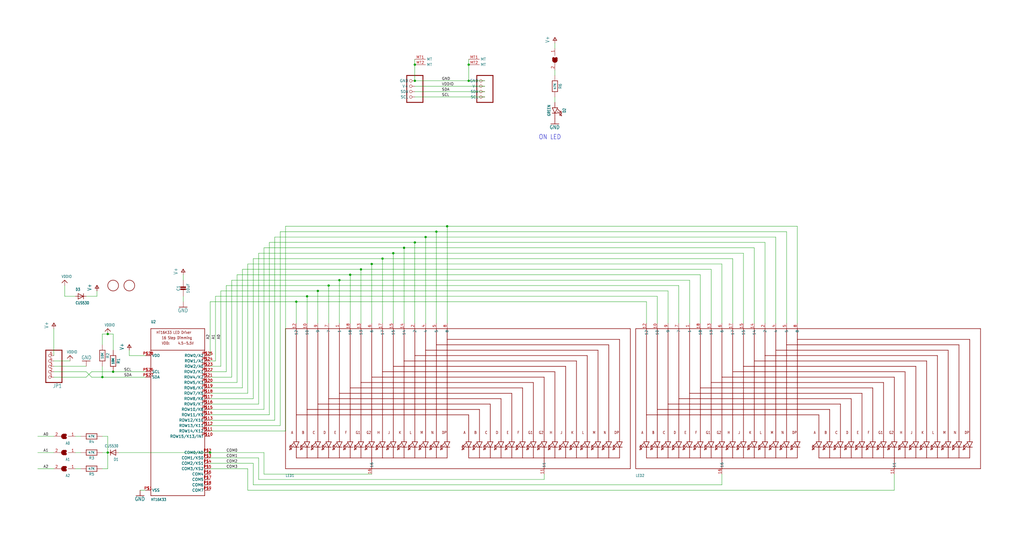
<source format=kicad_sch>
(kicad_sch (version 20230121) (generator eeschema)
  (paper "User" 482.803 257.835)
  (lib_symbols
    (symbol "working-eagle-import:CAP_CERAMIC0805-NOOUTLINE"
      (property "Reference" "C" (at -2.29 1.25 90))
      (symbol "CAP_CERAMIC0805-NOOUTLINE_1_0"
        (pin passive line (at 0 5.08 270) (length 2.54) (name "1") (number "1"))
        (pin passive line (at 0 -2.54 90) (length 2.54) (name "2") (number "2"))
      )
    )
    (symbol "working-eagle-import:DIODESOD-323F"
      (property "Reference" "D" (at -2.54 2.54 0))
      (symbol "DIODESOD-323F_1_0"
        (pin passive line (at -2.54 0 0) (length 2.54) (name "A") (number "A"))
        (pin passive line (at 2.54 0 180) (length 2.54) (name "C") (number "C"))
      )
    )
    (symbol "working-eagle-import:DISP_SEGMENT_STARBURST_DUAL_COMMONCATHODE"
      (property "Reference" "LED" (at -81.28 38.1 0))
      (symbol "DISP_SEGMENT_STARBURST_DUAL_COMMONCATHODE_1_0"
        (text "A" (at -78.74 17.78 0) (effects (font (size 1.27 1.0795)) (justify left bottom)))
        (text "A" (at 2.54 17.78 0) (effects (font (size 1.27 1.0795)) (justify left bottom)))
        (text "B" (at -73.66 17.78 0) (effects (font (size 1.27 1.0795)) (justify left bottom)))
        (text "B" (at 7.62 17.78 0) (effects (font (size 1.27 1.0795)) (justify left bottom)))
        (text "C" (at -68.58 17.78 0) (effects (font (size 1.27 1.0795)) (justify left bottom)))
        (text "C" (at 12.7 17.78 0) (effects (font (size 1.27 1.0795)) (justify left bottom)))
        (text "D" (at -63.5 17.78 0) (effects (font (size 1.27 1.0795)) (justify left bottom)))
        (text "D" (at 17.78 17.78 0) (effects (font (size 1.27 1.0795)) (justify left bottom)))
        (text "DP" (at -7.62 17.78 0) (effects (font (size 1.27 1.0795)) (justify left bottom)))
        (text "DP" (at 73.66 17.78 0) (effects (font (size 1.27 1.0795)) (justify left bottom)))
        (text "E" (at -58.42 17.78 0) (effects (font (size 1.27 1.0795)) (justify left bottom)))
        (text "E" (at 22.86 17.78 0) (effects (font (size 1.27 1.0795)) (justify left bottom)))
        (text "F" (at -53.34 17.78 0) (effects (font (size 1.27 1.0795)) (justify left bottom)))
        (text "F" (at 27.94 17.78 0) (effects (font (size 1.27 1.0795)) (justify left bottom)))
        (text "G1" (at -48.26 17.78 0) (effects (font (size 1.27 1.0795)) (justify left bottom)))
        (text "G1" (at 33.02 17.78 0) (effects (font (size 1.27 1.0795)) (justify left bottom)))
        (text "G2" (at -43.18 17.78 0) (effects (font (size 1.27 1.0795)) (justify left bottom)))
        (text "G2" (at 38.1 17.78 0) (effects (font (size 1.27 1.0795)) (justify left bottom)))
        (text "H" (at -38.1 17.78 0) (effects (font (size 1.27 1.0795)) (justify left bottom)))
        (text "H" (at 43.18 17.78 0) (effects (font (size 1.27 1.0795)) (justify left bottom)))
        (text "J" (at -33.02 17.78 0) (effects (font (size 1.27 1.0795)) (justify left bottom)))
        (text "J" (at 48.26 17.78 0) (effects (font (size 1.27 1.0795)) (justify left bottom)))
        (text "K" (at -27.94 17.78 0) (effects (font (size 1.27 1.0795)) (justify left bottom)))
        (text "K" (at 53.34 17.78 0) (effects (font (size 1.27 1.0795)) (justify left bottom)))
        (text "L" (at -22.86 17.78 0) (effects (font (size 1.27 1.0795)) (justify left bottom)))
        (text "L" (at 58.42 17.78 0) (effects (font (size 1.27 1.0795)) (justify left bottom)))
        (text "M" (at -17.78 17.78 0) (effects (font (size 1.27 1.0795)) (justify left bottom)))
        (text "M" (at 63.5 17.78 0) (effects (font (size 1.27 1.0795)) (justify left bottom)))
        (text "N" (at -12.7 17.78 0) (effects (font (size 1.27 1.0795)) (justify left bottom)))
        (text "N" (at 68.58 17.78 0) (effects (font (size 1.27 1.0795)) (justify left bottom)))
        (pin bidirectional line (at -55.88 -33.02 90) (length 2.54) (name "1") (number "1"))
        (pin bidirectional line (at -71.12 -33.02 90) (length 2.54) (name "10") (number "10"))
        (pin bidirectional line (at 40.64 38.1 270) (length 2.54) (name "11") (number "11"))
        (pin bidirectional line (at -76.2 -33.02 90) (length 2.54) (name "12") (number "12"))
        (pin bidirectional line (at -45.72 -33.02 90) (length 2.54) (name "13") (number "13"))
        (pin bidirectional line (at -25.4 -33.02 90) (length 2.54) (name "14") (number "14"))
        (pin bidirectional line (at -30.48 -33.02 90) (length 2.54) (name "15") (number "15"))
        (pin bidirectional line (at -40.64 38.1 270) (length 2.54) (name "16") (number "16"))
        (pin bidirectional line (at -35.56 -33.02 90) (length 2.54) (name "17") (number "17"))
        (pin bidirectional line (at -50.8 -33.02 90) (length 2.54) (name "18") (number "18"))
        (pin bidirectional line (at -20.32 -33.02 90) (length 2.54) (name "2") (number "2"))
        (pin bidirectional line (at -15.24 -33.02 90) (length 2.54) (name "4") (number "4"))
        (pin bidirectional line (at -10.16 -33.02 90) (length 2.54) (name "5") (number "5"))
        (pin bidirectional line (at -40.64 -33.02 90) (length 2.54) (name "6") (number "6"))
        (pin bidirectional line (at -60.96 -33.02 90) (length 2.54) (name "7") (number "7"))
        (pin bidirectional line (at -5.08 -33.02 90) (length 2.54) (name "8") (number "8"))
        (pin bidirectional line (at -66.04 -33.02 90) (length 2.54) (name "9") (number "9"))
      )
    )
    (symbol "working-eagle-import:FIDUCIAL")
    (symbol "working-eagle-import:GND" (power)
      (property "Value" "GND" (at -2.54 -2.54 0))
      (symbol "GND_1_0"
        (pin power_in line (at 0 2.54 270) (length 2.54) (name "GND") (number "1"))
      )
    )
    (symbol "working-eagle-import:HEADER-1X570MIL"
      (property "Reference" "JP" (at -6.35 8.255 0))
      (symbol "HEADER-1X570MIL_1_0"
        (pin passive inverted (at -2.54 5.08 0) (length 2.54) (name "1") (number "1"))
        (pin passive inverted (at -2.54 2.54 0) (length 2.54) (name "2") (number "2"))
        (pin passive inverted (at -2.54 0 0) (length 2.54) (name "3") (number "3"))
        (pin passive inverted (at -2.54 -2.54 0) (length 2.54) (name "4") (number "4"))
        (pin passive inverted (at -2.54 -5.08 0) (length 2.54) (name "5") (number "5"))
      )
    )
    (symbol "working-eagle-import:HT16K33_SOP28_SKINNY"
      (property "Reference" "U" (at -12.7 40.64 0))
      (symbol "HT16K33_SOP28_SKINNY_1_0"
        (text "16 Step Dimming" (at -7.62 33.02 0) (effects (font (size 1.27 1.0795)) (justify left bottom)))
        (text "4.5-5.5V" (at 0 30.48 0) (effects (font (size 1.27 1.0795)) (justify left bottom)))
        (text "HT16K33 LED Driver" (at -10.16 35.56 0) (effects (font (size 1.27 1.0795)) (justify left bottom)))
        (text "VDD:" (at -7.62 30.48 0) (effects (font (size 1.27 1.0795)) (justify left bottom)))
        (pin bidirectional line (at -15.24 -38.1 0) (length 2.54) (name "VSS") (number "P$1"))
        (pin bidirectional line (at 15.24 -12.7 180) (length 2.54) (name "ROW15/K13/INT") (number "P$10"))
        (pin bidirectional line (at 15.24 -10.16 180) (length 2.54) (name "ROW14/K12") (number "P$11"))
        (pin bidirectional line (at 15.24 -7.62 180) (length 2.54) (name "ROW13/K11") (number "P$12"))
        (pin bidirectional line (at 15.24 -5.08 180) (length 2.54) (name "ROW12/K10") (number "P$13"))
        (pin bidirectional line (at 15.24 -2.54 180) (length 2.54) (name "ROW11/K9") (number "P$14"))
        (pin bidirectional line (at 15.24 0 180) (length 2.54) (name "ROW10/K8") (number "P$15"))
        (pin bidirectional line (at 15.24 2.54 180) (length 2.54) (name "ROW9/K7") (number "P$16"))
        (pin bidirectional line (at 15.24 5.08 180) (length 2.54) (name "ROW8/K6") (number "P$17"))
        (pin bidirectional line (at 15.24 7.62 180) (length 2.54) (name "ROW7/K5") (number "P$18"))
        (pin bidirectional line (at 15.24 10.16 180) (length 2.54) (name "ROW6/K4") (number "P$19"))
        (pin bidirectional line (at 15.24 -20.32 180) (length 2.54) (name "COM0/AD") (number "P$2"))
        (pin bidirectional line (at 15.24 12.7 180) (length 2.54) (name "ROW5/K3") (number "P$20"))
        (pin bidirectional line (at 15.24 15.24 180) (length 2.54) (name "ROW4/K2") (number "P$21"))
        (pin bidirectional line (at 15.24 17.78 180) (length 2.54) (name "ROW3/K1") (number "P$22"))
        (pin bidirectional line (at 15.24 20.32 180) (length 2.54) (name "ROW2/A0") (number "P$23"))
        (pin bidirectional line (at 15.24 22.86 180) (length 2.54) (name "ROW1/A1") (number "P$24"))
        (pin bidirectional line (at 15.24 25.4 180) (length 2.54) (name "ROW0/A2") (number "P$25"))
        (pin bidirectional line (at -15.24 17.78 0) (length 2.54) (name "SCL") (number "P$26"))
        (pin bidirectional line (at -15.24 15.24 0) (length 2.54) (name "SDA") (number "P$27"))
        (pin bidirectional line (at -15.24 25.4 0) (length 2.54) (name "VDD") (number "P$28"))
        (pin bidirectional line (at 15.24 -22.86 180) (length 2.54) (name "COM1/KS0") (number "P$3"))
        (pin bidirectional line (at 15.24 -25.4 180) (length 2.54) (name "COM2/KS1") (number "P$4"))
        (pin bidirectional line (at 15.24 -27.94 180) (length 2.54) (name "COM3/KS2") (number "P$5"))
        (pin bidirectional line (at 15.24 -30.48 180) (length 2.54) (name "COM4") (number "P$6"))
        (pin bidirectional line (at 15.24 -33.02 180) (length 2.54) (name "COM5") (number "P$7"))
        (pin bidirectional line (at 15.24 -35.56 180) (length 2.54) (name "COM6") (number "P$8"))
        (pin bidirectional line (at 15.24 -38.1 180) (length 2.54) (name "COM7") (number "P$9"))
      )
    )
    (symbol "working-eagle-import:LED0603_NOOUTLINE"
      (property "Reference" "D" (at -1.27 4.445 0))
      (symbol "LED0603_NOOUTLINE_1_0"
        (pin passive line (at -5.08 0 0) (length 2.54) (name "A") (number "A"))
        (pin passive line (at 2.54 0 180) (length 2.54) (name "C") (number "C"))
      )
    )
    (symbol "working-eagle-import:RESISTOR_0603_NOOUT"
      (property "Reference" "R" (at 0 2.54 0))
      (symbol "RESISTOR_0603_NOOUT_1_0"
        (pin passive line (at -5.08 0 0) (length 2.54) (name "1") (number "1"))
        (pin passive line (at 5.08 0 180) (length 2.54) (name "2") (number "2"))
      )
    )
    (symbol "working-eagle-import:SOLDERJUMPERCLOSED"
      (property "Reference" "SJ" (at -2.54 2.54 0))
      (symbol "SOLDERJUMPERCLOSED_1_0"
        (pin passive line (at -5.08 0 0) (length 2.54) (name "1") (number "1"))
        (pin passive line (at 5.08 0 180) (length 2.54) (name "2") (number "2"))
      )
    )
    (symbol "working-eagle-import:SOLDERJUMPERREFLOW_NOPASTE"
      (property "Reference" "SJ" (at -2.54 2.54 0))
      (symbol "SOLDERJUMPERREFLOW_NOPASTE_1_0"
        (pin passive line (at -5.08 0 0) (length 2.54) (name "1") (number "1"))
        (pin passive line (at 5.08 0 180) (length 2.54) (name "2") (number "2"))
      )
    )
    (symbol "working-eagle-import:STEMMA_I2C_QTRA"
      (symbol "STEMMA_I2C_QTRA_1_0"
        (pin passive inverted (at 0 5.08 0) (length 2.54) (name "GND") (number "1"))
        (pin passive inverted (at 0 2.54 0) (length 2.54) (name "V+") (number "2"))
        (pin passive inverted (at 0 0 0) (length 2.54) (name "SDA") (number "3"))
        (pin passive inverted (at 0 -2.54 0) (length 2.54) (name "SCL") (number "4"))
      )
      (symbol "STEMMA_I2C_QTRA_2_0"
        (pin bidirectional line (at 0 0 0) (length 5.08) (name "MT") (number "MT1"))
      )
      (symbol "STEMMA_I2C_QTRA_3_0"
        (pin bidirectional line (at 0 0 0) (length 5.08) (name "MT") (number "MT2"))
      )
    )
    (symbol "working-eagle-import:V+" (power)
      (property "Value" "V+" (at -2.54 -2.54 90))
      (symbol "V+_1_0"
        (pin power_in line (at 0 -2.54 90) (length 2.54) (name "V+") (number "1"))
      )
    )
    (symbol "working-eagle-import:VDDIO" (power)
      (property "Value" "VDDIO" (at -1.524 1.016 0))
      (symbol "VDDIO_1_0"
        (pin power_in line (at 0 -2.54 90) (length 2.54) (name "VDDIO") (number "1"))
      )
    )
  )
  (junction (at 195.58 30.48))
  (junction (at 50.8 157.48))
  (junction (at 99.06 213.36))
  (junction (at 195.58 114.3))
  (junction (at 48.26 177.8))
  (junction (at 180.34 121.92))
  (junction (at 185.42 119.38))
  (junction (at 210.82 106.68))
  (junction (at 195.58 38.1))
  (junction (at 160.02 132.08))
  (junction (at 175.26 124.46))
  (junction (at 53.34 175.26))
  (junction (at 190.5 116.84))
  (junction (at 170.18 127))
  (junction (at 165.1 129.54))
  (junction (at 144.78 139.7))
  (junction (at 50.8 213.36))
  (junction (at 205.74 109.22))
  (junction (at 139.7 142.24))
  (junction (at 149.86 137.16))
  (junction (at 154.94 134.62))
  (junction (at 220.98 38.1))
  (junction (at 200.66 111.76))
  (junction (at 220.98 30.48))
  (wire (pts (xy 106.68 175.26) (xy 106.68 134.62)) (stroke (width 0.1524)))
  (wire (pts (xy 228.6 45.72) (xy 195.58 45.72)) (stroke (width 0.1524)))
  (wire (pts (xy 25.4 175.26) (xy 40.64 175.26)) (stroke (width 0.1524)))
  (wire (pts (xy 421.64 231.14) (xy 421.64 223.52)) (stroke (width 0.1524)))
  (wire (pts (xy 170.18 127) (xy 170.18 152.4)) (stroke (width 0.1524)))
  (wire (pts (xy 261.62 33.02) (xy 261.62 35.56)) (stroke (width 0.1524)))
  (wire (pts (xy 335.28 127) (xy 335.28 152.4)) (stroke (width 0.1524)))
  (wire (pts (xy 144.78 139.7) (xy 144.78 152.4)) (stroke (width 0.1524)))
  (wire (pts (xy 149.86 137.16) (xy 149.86 152.4)) (stroke (width 0.1524)))
  (wire (pts (xy 99.06 193.04) (xy 124.46 193.04)) (stroke (width 0.1524)))
  (wire (pts (xy 205.74 109.22) (xy 370.84 109.22)) (stroke (width 0.1524)))
  (wire (pts (xy 309.88 139.7) (xy 309.88 152.4)) (stroke (width 0.1524)))
  (wire (pts (xy 99.06 167.64) (xy 99.06 142.24)) (stroke (width 0.1524)))
  (wire (pts (xy 375.92 106.68) (xy 375.92 152.4)) (stroke (width 0.1524)))
  (wire (pts (xy 25.4 167.64) (xy 25.4 154.94)) (stroke (width 0.1524)))
  (wire (pts (xy 139.7 142.24) (xy 139.7 152.4)) (stroke (width 0.1524)))
  (wire (pts (xy 99.06 177.8) (xy 109.22 177.8)) (stroke (width 0.1524)))
  (wire (pts (xy 124.46 223.52) (xy 175.26 223.52)) (stroke (width 0.1524)))
  (wire (pts (xy 210.82 106.68) (xy 375.92 106.68)) (stroke (width 0.1524)))
  (wire (pts (xy 86.36 142.24) (xy 86.36 139.7)) (stroke (width 0.1524)))
  (wire (pts (xy 43.18 177.8) (xy 48.26 177.8)) (stroke (width 0.1524)))
  (wire (pts (xy 185.42 119.38) (xy 185.42 152.4)) (stroke (width 0.1524)))
  (wire (pts (xy 48.26 213.36) (xy 50.8 213.36)) (stroke (width 0.1524)))
  (wire (pts (xy 99.06 220.98) (xy 116.84 220.98)) (stroke (width 0.1524)))
  (wire (pts (xy 116.84 231.14) (xy 421.64 231.14)) (stroke (width 0.1524)))
  (wire (pts (xy 106.68 134.62) (xy 154.94 134.62)) (stroke (width 0.1524)))
  (wire (pts (xy 99.06 182.88) (xy 114.3 182.88)) (stroke (width 0.1524)))
  (wire (pts (xy 210.82 106.68) (xy 210.82 152.4)) (stroke (width 0.1524)))
  (wire (pts (xy 30.48 139.7) (xy 30.48 134.62)) (stroke (width 0.1524)))
  (wire (pts (xy 370.84 109.22) (xy 370.84 152.4)) (stroke (width 0.1524)))
  (wire (pts (xy 121.92 215.9) (xy 121.92 226.06)) (stroke (width 0.1524)))
  (wire (pts (xy 99.06 170.18) (xy 101.6 170.18)) (stroke (width 0.1524)))
  (wire (pts (xy 48.26 162.56) (xy 48.26 157.48)) (stroke (width 0.1524)))
  (wire (pts (xy 114.3 127) (xy 170.18 127)) (stroke (width 0.1524)))
  (wire (pts (xy 228.6 38.1) (xy 220.98 38.1)) (stroke (width 0.1524)))
  (wire (pts (xy 134.62 106.68) (xy 210.82 106.68)) (stroke (width 0.1524)))
  (wire (pts (xy 48.26 205.74) (xy 50.8 205.74)) (stroke (width 0.1524)))
  (wire (pts (xy 43.18 175.26) (xy 40.64 177.8)) (stroke (width 0.1524)))
  (wire (pts (xy 86.36 129.54) (xy 86.36 132.08)) (stroke (width 0.1524)))
  (wire (pts (xy 220.98 38.1) (xy 195.58 38.1)) (stroke (width 0.1524)))
  (wire (pts (xy 119.38 218.44) (xy 119.38 228.6)) (stroke (width 0.1524)))
  (wire (pts (xy 50.8 213.36) (xy 50.8 205.74)) (stroke (width 0.1524)))
  (wire (pts (xy 17.78 205.74) (xy 25.4 205.74)) (stroke (width 0.1524)))
  (wire (pts (xy 345.44 121.92) (xy 345.44 152.4)) (stroke (width 0.1524)))
  (wire (pts (xy 109.22 177.8) (xy 109.22 132.08)) (stroke (width 0.1524)))
  (wire (pts (xy 40.64 175.26) (xy 43.18 177.8)) (stroke (width 0.1524)))
  (wire (pts (xy 99.06 172.72) (xy 104.14 172.72)) (stroke (width 0.1524)))
  (wire (pts (xy 53.34 175.26) (xy 43.18 175.26)) (stroke (width 0.1524)))
  (wire (pts (xy 350.52 119.38) (xy 350.52 152.4)) (stroke (width 0.1524)))
  (wire (pts (xy 144.78 139.7) (xy 309.88 139.7)) (stroke (width 0.1524)))
  (wire (pts (xy 200.66 111.76) (xy 365.76 111.76)) (stroke (width 0.1524)))
  (wire (pts (xy 99.06 180.34) (xy 111.76 180.34)) (stroke (width 0.1524)))
  (wire (pts (xy 99.06 203.2) (xy 134.62 203.2)) (stroke (width 0.1524)))
  (wire (pts (xy 50.8 157.48) (xy 53.34 157.48)) (stroke (width 0.1524)))
  (wire (pts (xy 160.02 132.08) (xy 325.12 132.08)) (stroke (width 0.1524)))
  (wire (pts (xy 68.58 167.64) (xy 60.96 167.64)) (stroke (width 0.1524)))
  (wire (pts (xy 180.34 121.92) (xy 180.34 152.4)) (stroke (width 0.1524)))
  (wire (pts (xy 325.12 132.08) (xy 325.12 152.4)) (stroke (width 0.1524)))
  (wire (pts (xy 256.54 226.06) (xy 256.54 223.52)) (stroke (width 0.1524)))
  (wire (pts (xy 121.92 226.06) (xy 256.54 226.06)) (stroke (width 0.1524)))
  (wire (pts (xy 195.58 27.94) (xy 195.58 30.48)) (stroke (width 0.1524)))
  (wire (pts (xy 129.54 198.12) (xy 129.54 111.76)) (stroke (width 0.1524)))
  (wire (pts (xy 116.84 185.42) (xy 116.84 124.46)) (stroke (width 0.1524)))
  (wire (pts (xy 124.46 193.04) (xy 124.46 116.84)) (stroke (width 0.1524)))
  (wire (pts (xy 132.08 200.66) (xy 132.08 109.22)) (stroke (width 0.1524)))
  (wire (pts (xy 360.68 114.3) (xy 360.68 152.4)) (stroke (width 0.1524)))
  (wire (pts (xy 175.26 124.46) (xy 175.26 152.4)) (stroke (width 0.1524)))
  (wire (pts (xy 99.06 198.12) (xy 129.54 198.12)) (stroke (width 0.1524)))
  (wire (pts (xy 175.26 124.46) (xy 340.36 124.46)) (stroke (width 0.1524)))
  (wire (pts (xy 119.38 187.96) (xy 119.38 121.92)) (stroke (width 0.1524)))
  (wire (pts (xy 45.72 137.16) (xy 45.72 139.7)) (stroke (width 0.1524)))
  (wire (pts (xy 53.34 157.48) (xy 53.34 165.1)) (stroke (width 0.1524)))
  (wire (pts (xy 68.58 177.8) (xy 48.26 177.8)) (stroke (width 0.1524)))
  (wire (pts (xy 124.46 116.84) (xy 190.5 116.84)) (stroke (width 0.1524)))
  (wire (pts (xy 304.8 142.24) (xy 304.8 152.4)) (stroke (width 0.1524)))
  (wire (pts (xy 99.06 213.36) (xy 124.46 213.36)) (stroke (width 0.1524)))
  (wire (pts (xy 180.34 121.92) (xy 345.44 121.92)) (stroke (width 0.1524)))
  (wire (pts (xy 121.92 119.38) (xy 185.42 119.38)) (stroke (width 0.1524)))
  (wire (pts (xy 101.6 170.18) (xy 101.6 139.7)) (stroke (width 0.1524)))
  (wire (pts (xy 104.14 172.72) (xy 104.14 137.16)) (stroke (width 0.1524)))
  (wire (pts (xy 340.36 124.46) (xy 340.36 152.4)) (stroke (width 0.1524)))
  (wire (pts (xy 330.2 129.54) (xy 330.2 152.4)) (stroke (width 0.1524)))
  (wire (pts (xy 99.06 185.42) (xy 116.84 185.42)) (stroke (width 0.1524)))
  (wire (pts (xy 109.22 132.08) (xy 160.02 132.08)) (stroke (width 0.1524)))
  (wire (pts (xy 40.64 172.72) (xy 25.4 172.72)) (stroke (width 0.1524)))
  (wire (pts (xy 160.02 132.08) (xy 160.02 152.4)) (stroke (width 0.1524)))
  (wire (pts (xy 119.38 121.92) (xy 180.34 121.92)) (stroke (width 0.1524)))
  (wire (pts (xy 320.04 134.62) (xy 320.04 152.4)) (stroke (width 0.1524)))
  (wire (pts (xy 99.06 190.5) (xy 121.92 190.5)) (stroke (width 0.1524)))
  (wire (pts (xy 35.56 139.7) (xy 30.48 139.7)) (stroke (width 0.1524)))
  (wire (pts (xy 104.14 137.16) (xy 149.86 137.16)) (stroke (width 0.1524)))
  (wire (pts (xy 132.08 109.22) (xy 205.74 109.22)) (stroke (width 0.1524)))
  (wire (pts (xy 99.06 218.44) (xy 119.38 218.44)) (stroke (width 0.1524)))
  (wire (pts (xy 38.1 220.98) (xy 35.56 220.98)) (stroke (width 0.1524)))
  (wire (pts (xy 60.96 167.64) (xy 60.96 165.1)) (stroke (width 0.1524)))
  (wire (pts (xy 48.26 157.48) (xy 50.8 157.48)) (stroke (width 0.1524)))
  (wire (pts (xy 185.42 119.38) (xy 350.52 119.38)) (stroke (width 0.1524)))
  (wire (pts (xy 99.06 175.26) (xy 106.68 175.26)) (stroke (width 0.1524)))
  (wire (pts (xy 50.8 220.98) (xy 50.8 213.36)) (stroke (width 0.1524)))
  (wire (pts (xy 200.66 111.76) (xy 200.66 152.4)) (stroke (width 0.1524)))
  (wire (pts (xy 38.1 213.36) (xy 35.56 213.36)) (stroke (width 0.1524)))
  (wire (pts (xy 25.4 213.36) (xy 17.78 213.36)) (stroke (width 0.1524)))
  (wire (pts (xy 365.76 111.76) (xy 365.76 152.4)) (stroke (width 0.1524)))
  (wire (pts (xy 101.6 139.7) (xy 144.78 139.7)) (stroke (width 0.1524)))
  (wire (pts (xy 116.84 220.98) (xy 116.84 231.14)) (stroke (width 0.1524)))
  (wire (pts (xy 355.6 116.84) (xy 355.6 152.4)) (stroke (width 0.1524)))
  (wire (pts (xy 190.5 116.84) (xy 355.6 116.84)) (stroke (width 0.1524)))
  (wire (pts (xy 127 114.3) (xy 195.58 114.3)) (stroke (width 0.1524)))
  (wire (pts (xy 195.58 30.48) (xy 195.58 38.1)) (stroke (width 0.1524)))
  (wire (pts (xy 99.06 200.66) (xy 132.08 200.66)) (stroke (width 0.1524)))
  (wire (pts (xy 314.96 137.16) (xy 314.96 152.4)) (stroke (width 0.1524)))
  (wire (pts (xy 134.62 203.2) (xy 134.62 106.68)) (stroke (width 0.1524)))
  (wire (pts (xy 99.06 215.9) (xy 121.92 215.9)) (stroke (width 0.1524)))
  (wire (pts (xy 261.62 20.32) (xy 261.62 22.86)) (stroke (width 0.1524)))
  (wire (pts (xy 124.46 213.36) (xy 124.46 223.52)) (stroke (width 0.1524)))
  (wire (pts (xy 68.58 175.26) (xy 53.34 175.26)) (stroke (width 0.1524)))
  (wire (pts (xy 111.76 180.34) (xy 111.76 129.54)) (stroke (width 0.1524)))
  (wire (pts (xy 38.1 205.74) (xy 35.56 205.74)) (stroke (width 0.1524)))
  (wire (pts (xy 129.54 111.76) (xy 200.66 111.76)) (stroke (width 0.1524)))
  (wire (pts (xy 165.1 129.54) (xy 330.2 129.54)) (stroke (width 0.1524)))
  (wire (pts (xy 48.26 220.98) (xy 50.8 220.98)) (stroke (width 0.1524)))
  (wire (pts (xy 205.74 109.22) (xy 205.74 152.4)) (stroke (width 0.1524)))
  (wire (pts (xy 228.6 40.64) (xy 195.58 40.64)) (stroke (width 0.1524)))
  (wire (pts (xy 220.98 30.48) (xy 220.98 27.94)) (stroke (width 0.1524)))
  (wire (pts (xy 170.18 127) (xy 335.28 127)) (stroke (width 0.1524)))
  (wire (pts (xy 40.64 177.8) (xy 25.4 177.8)) (stroke (width 0.1524)))
  (wire (pts (xy 195.58 114.3) (xy 195.58 152.4)) (stroke (width 0.1524)))
  (wire (pts (xy 261.62 48.26) (xy 261.62 45.72)) (stroke (width 0.1524)))
  (wire (pts (xy 111.76 129.54) (xy 165.1 129.54)) (stroke (width 0.1524)))
  (wire (pts (xy 154.94 134.62) (xy 320.04 134.62)) (stroke (width 0.1524)))
  (wire (pts (xy 139.7 142.24) (xy 304.8 142.24)) (stroke (width 0.1524)))
  (wire (pts (xy 99.06 187.96) (xy 119.38 187.96)) (stroke (width 0.1524)))
  (wire (pts (xy 154.94 134.62) (xy 154.94 152.4)) (stroke (width 0.1524)))
  (wire (pts (xy 114.3 182.88) (xy 114.3 127)) (stroke (width 0.1524)))
  (wire (pts (xy 45.72 139.7) (xy 40.64 139.7)) (stroke (width 0.1524)))
  (wire (pts (xy 66.04 231.14) (xy 68.58 231.14)) (stroke (width 0.1524)))
  (wire (pts (xy 127 195.58) (xy 127 114.3)) (stroke (width 0.1524)))
  (wire (pts (xy 55.88 213.36) (xy 99.06 213.36)) (stroke (width 0.1524)))
  (wire (pts (xy 220.98 38.1) (xy 220.98 30.48)) (stroke (width 0.1524)))
  (wire (pts (xy 165.1 129.54) (xy 165.1 152.4)) (stroke (width 0.1524)))
  (wire (pts (xy 119.38 228.6) (xy 340.36 228.6)) (stroke (width 0.1524)))
  (wire (pts (xy 33.02 170.18) (xy 25.4 170.18)) (stroke (width 0.1524)))
  (wire (pts (xy 99.06 195.58) (xy 127 195.58)) (stroke (width 0.1524)))
  (wire (pts (xy 116.84 124.46) (xy 175.26 124.46)) (stroke (width 0.1524)))
  (wire (pts (xy 190.5 116.84) (xy 190.5 152.4)) (stroke (width 0.1524)))
  (wire (pts (xy 340.36 228.6) (xy 340.36 223.52)) (stroke (width 0.1524)))
  (wire (pts (xy 149.86 137.16) (xy 314.96 137.16)) (stroke (width 0.1524)))
  (wire (pts (xy 121.92 190.5) (xy 121.92 119.38)) (stroke (width 0.1524)))
  (wire (pts (xy 48.26 177.8) (xy 48.26 172.72)) (stroke (width 0.1524)))
  (wire (pts (xy 99.06 142.24) (xy 139.7 142.24)) (stroke (width 0.1524)))
  (wire (pts (xy 195.58 114.3) (xy 360.68 114.3)) (stroke (width 0.1524)))
  (wire (pts (xy 228.6 43.18) (xy 195.58 43.18)) (stroke (width 0.1524)))
  (wire (pts (xy 25.4 220.98) (xy 17.78 220.98)) (stroke (width 0.1524)))
  (text "ON LED" (at 254 66.04 0) (effects (font (size 2.1844 1.8567)) (justify left bottom)))
  (label "COM0" (at 106.68 213.36 0) (effects (font (size 1.2446 1.2446))))
  (label "SDA" (at 208.28 43.18 0) (effects (font (size 1.2446 1.2446))))
  (label "A0" (at 104.14 160.02 90) (effects (font (size 1.2446 1.2446))))
  (label "SDA" (at 58.42 177.8 0) (effects (font (size 1.2446 1.2446))))
  (label "SCL" (at 208.28 45.72 0) (effects (font (size 1.2446 1.2446))))
  (label "SCL" (at 58.42 175.26 0) (effects (font (size 1.2446 1.2446))))
  (label "VDDIO" (at 208.28 40.64 0) (effects (font (size 1.2446 1.2446))))
  (label "A1" (at 22.86 213.36 180) (effects (font (size 1.2446 1.2446))))
  (label "A2" (at 22.86 220.98 180) (effects (font (size 1.2446 1.2446))))
  (label "A0" (at 22.86 205.74 180) (effects (font (size 1.2446 1.2446))))
  (label "COM2" (at 106.68 218.44 0) (effects (font (size 1.2446 1.2446))))
  (label "GND" (at 208.28 38.1 0) (effects (font (size 1.2446 1.2446))))
  (label "A1" (at 101.6 160.02 90) (effects (font (size 1.2446 1.2446))))
  (label "COM1" (at 106.68 215.9 0) (effects (font (size 1.2446 1.2446))))
  (label "A2" (at 99.06 160.02 90) (effects (font (size 1.2446 1.2446))))
  (label "COM3" (at 106.68 220.98 0) (effects (font (size 1.2446 1.2446))))
  (symbol (lib_id "working-eagle-import:STEMMA_I2C_QTRA") (at 195.58 30.48 0) (unit 3)
    (property "Reference" "CONN1" (effects hide))
    (property "Value" "STEMMA_I2C_QTRA" (effects hide))
    (property "Footprint" "working:JST_SH4_RA" (effects hide))
  )
  (symbol (lib_id "working-eagle-import:RESISTOR_0603_NOOUT") (at 48.26 167.64 270) (unit 1)
    (property "Reference" "R2" (at 50.8 167.64 0))
    (property "Value" "10K" (at 48.26 167.64 0) (effects (font (size 1.016 1.016) bold)))
    (property "Footprint" "working:0603-NO" (effects hide))
  )
  (symbol (lib_id "working-eagle-import:DISP_SEGMENT_STARBURST_DUAL_COMMONCATHODE") (at 381 185.42 0) (mirror x) (unit 1)
    (property "Reference" "LED2" (at 299.72 223.52 0) (effects (font (size 1.27 1.0795)) (justify left bottom)))
    (property "Value" "DISP_SEGMENT_STARBURST_DUAL_COMMONCATHODE" (effects hide))
    (property "Footprint" "working:SEGMENT_STARTBUST_DUAL_KWA-541CBB" (effects hide))
  )
  (symbol (lib_id "working-eagle-import:VDDIO") (at 30.48 132.08 0) (unit 1)
    (property "Reference" "#U$4" (effects hide))
    (property "Value" "VDDIO" (at 28.956 131.064 0) (effects (font (size 1.27 1.0795)) (justify left bottom)))
  )
  (symbol (lib_id "working-eagle-import:SOLDERJUMPERREFLOW_NOPASTE") (at 30.48 205.74 180) (unit 1)
    (property "Reference" "A0" (at 33.02 208.28 0) (effects (font (size 1.27 1.0795)) (justify left bottom)))
    (property "Value" "SOLDERJUMPERREFLOW_NOPASTE" (effects hide))
    (property "Footprint" "working:SOLDERJUMPER_REFLOW_NOPASTE" (effects hide))
  )
  (symbol (lib_id "working-eagle-import:DIODESOD-323F") (at 38.1 139.7 0) (unit 1)
    (property "Reference" "D3" (at 35.56 137.16 0) (effects (font (size 1.27 1.0795)) (justify left bottom)))
    (property "Value" "CUS530" (at 35.56 143.51 0) (effects (font (size 1.27 1.0795)) (justify left bottom)))
    (property "Footprint" "working:SOD-323F" (effects hide))
  )
  (symbol (lib_id "working-eagle-import:DIODESOD-323F") (at 53.34 213.36 180) (unit 1)
    (property "Reference" "D1" (at 55.88 215.9 0) (effects (font (size 1.27 1.0795)) (justify left bottom)))
    (property "Value" "CUS530" (at 55.88 209.55 0) (effects (font (size 1.27 1.0795)) (justify left bottom)))
    (property "Footprint" "working:SOD-323F" (effects hide))
  )
  (symbol (lib_id "working-eagle-import:DISP_SEGMENT_STARBURST_DUAL_COMMONCATHODE") (at 215.9 185.42 0) (mirror x) (unit 1)
    (property "Reference" "LED1" (at 134.62 223.52 0) (effects (font (size 1.27 1.0795)) (justify left bottom)))
    (property "Value" "DISP_SEGMENT_STARBURST_DUAL_COMMONCATHODE" (effects hide))
    (property "Footprint" "working:SEGMENT_STARTBUST_DUAL_KWA-541CBB" (effects hide))
  )
  (symbol (lib_id "working-eagle-import:RESISTOR_0603_NOOUT") (at 261.62 40.64 270) (unit 1)
    (property "Reference" "R6" (at 264.16 40.64 0))
    (property "Value" "47K" (at 261.62 40.64 0) (effects (font (size 1.016 1.016) bold)))
    (property "Footprint" "working:0603-NO" (effects hide))
  )
  (symbol (lib_id "working-eagle-import:VDDIO") (at 50.8 154.94 0) (unit 1)
    (property "Reference" "#U$5" (effects hide))
    (property "Value" "VDDIO" (at 49.276 153.924 0) (effects (font (size 1.27 1.0795)) (justify left bottom)))
  )
  (symbol (lib_id "working-eagle-import:V+") (at 25.4 152.4 0) (unit 1)
    (property "Reference" "#P+3" (effects hide))
    (property "Value" "V+" (at 22.86 154.94 90) (effects (font (size 1.778 1.5113)) (justify left bottom)))
  )
  (symbol (lib_id "working-eagle-import:V+") (at 86.36 127 0) (unit 1)
    (property "Reference" "#P+1" (effects hide))
    (property "Value" "V+" (at 83.82 129.54 90) (effects (font (size 1.778 1.5113)) (justify left bottom)))
  )
  (symbol (lib_id "working-eagle-import:RESISTOR_0603_NOOUT") (at 43.18 205.74 180) (unit 1)
    (property "Reference" "R4" (at 43.18 208.28 0))
    (property "Value" "47K" (at 43.18 205.74 0) (effects (font (size 1.016 1.016) bold)))
    (property "Footprint" "working:0603-NO" (effects hide))
  )
  (symbol (lib_id "working-eagle-import:V+") (at 261.62 17.78 0) (unit 1)
    (property "Reference" "#P+5" (effects hide))
    (property "Value" "V+" (at 259.08 20.32 90) (effects (font (size 1.778 1.5113)) (justify left bottom)))
  )
  (symbol (lib_id "working-eagle-import:FIDUCIAL") (at 60.96 134.62 0) (unit 1)
    (property "Reference" "U$2" (effects hide))
    (property "Value" "FIDUCIAL" (effects hide))
    (property "Footprint" "working:FIDUCIAL_1MM" (effects hide))
  )
  (symbol (lib_id "working-eagle-import:RESISTOR_0603_NOOUT") (at 53.34 170.18 270) (unit 1)
    (property "Reference" "R1" (at 55.88 170.18 0))
    (property "Value" "10K" (at 53.34 170.18 0) (effects (font (size 1.016 1.016) bold)))
    (property "Footprint" "working:0603-NO" (effects hide))
  )
  (symbol (lib_id "working-eagle-import:STEMMA_I2C_QTRA") (at 195.58 43.18 0) (mirror y) (unit 1)
    (property "Reference" "CONN1" (effects hide))
    (property "Value" "STEMMA_I2C_QTRA" (effects hide))
    (property "Footprint" "working:JST_SH4_RA" (effects hide))
  )
  (symbol (lib_id "working-eagle-import:RESISTOR_0603_NOOUT") (at 43.18 213.36 180) (unit 1)
    (property "Reference" "R3" (at 43.18 215.9 0))
    (property "Value" "47K" (at 43.18 213.36 0) (effects (font (size 1.016 1.016) bold)))
    (property "Footprint" "working:0603-NO" (effects hide))
  )
  (symbol (lib_id "working-eagle-import:HEADER-1X570MIL") (at 22.86 172.72 180) (unit 1)
    (property "Reference" "JP1" (at 29.21 180.975 0) (effects (font (size 1.778 1.5113)) (justify left bottom)))
    (property "Value" "HEADER-1X570MIL" (effects hide))
    (property "Footprint" "working:1X05_ROUND_70" (effects hide))
  )
  (symbol (lib_id "working-eagle-import:V+") (at 60.96 162.56 0) (unit 1)
    (property "Reference" "#P+4" (effects hide))
    (property "Value" "V+" (at 58.42 165.1 90) (effects (font (size 1.778 1.5113)) (justify left bottom)))
  )
  (symbol (lib_id "working-eagle-import:GND") (at 66.04 233.68 0) (unit 1)
    (property "Reference" "#GND5" (effects hide))
    (property "Value" "GND" (at 63.5 236.22 0) (effects (font (size 1.778 1.5113)) (justify left bottom)))
  )
  (symbol (lib_id "working-eagle-import:SOLDERJUMPERREFLOW_NOPASTE") (at 30.48 220.98 180) (unit 1)
    (property "Reference" "A2" (at 33.02 223.52 0) (effects (font (size 1.27 1.0795)) (justify left bottom)))
    (property "Value" "SOLDERJUMPERREFLOW_NOPASTE" (effects hide))
    (property "Footprint" "working:SOLDERJUMPER_REFLOW_NOPASTE" (effects hide))
  )
  (symbol (lib_id "working-eagle-import:STEMMA_I2C_QTRA") (at 220.98 30.48 0) (unit 3)
    (property "Reference" "CONN2" (effects hide))
    (property "Value" "STEMMA_I2C_QTRA" (effects hide))
    (property "Footprint" "working:JST_SH4_RA" (effects hide))
  )
  (symbol (lib_id "working-eagle-import:RESISTOR_0603_NOOUT") (at 43.18 220.98 180) (unit 1)
    (property "Reference" "R5" (at 43.18 223.52 0))
    (property "Value" "47K" (at 43.18 220.98 0) (effects (font (size 1.016 1.016) bold)))
    (property "Footprint" "working:0603-NO" (effects hide))
  )
  (symbol (lib_id "working-eagle-import:CAP_CERAMIC0805-NOOUTLINE") (at 86.36 137.16 0) (unit 1)
    (property "Reference" "C1" (at 84.07 135.91 90))
    (property "Value" "10uF" (at 88.66 135.91 90))
    (property "Footprint" "working:0805-NO" (effects hide))
  )
  (symbol (lib_id "working-eagle-import:FIDUCIAL") (at 53.34 134.62 0) (unit 1)
    (property "Reference" "U$1" (effects hide))
    (property "Value" "FIDUCIAL" (effects hide))
    (property "Footprint" "working:FIDUCIAL_1MM" (effects hide))
  )
  (symbol (lib_id "working-eagle-import:GND") (at 86.36 144.78 0) (unit 1)
    (property "Reference" "#GND3" (effects hide))
    (property "Value" "GND" (at 83.82 147.32 0) (effects (font (size 1.778 1.5113)) (justify left bottom)))
  )
  (symbol (lib_id "working-eagle-import:V+") (at 45.72 134.62 0) (unit 1)
    (property "Reference" "#P+2" (effects hide))
    (property "Value" "V+" (at 43.18 137.16 90) (effects (font (size 1.778 1.5113)) (justify left bottom)))
  )
  (symbol (lib_id "working-eagle-import:SOLDERJUMPERREFLOW_NOPASTE") (at 30.48 213.36 180) (unit 1)
    (property "Reference" "A1" (at 33.02 215.9 0) (effects (font (size 1.27 1.0795)) (justify left bottom)))
    (property "Value" "SOLDERJUMPERREFLOW_NOPASTE" (effects hide))
    (property "Footprint" "working:SOLDERJUMPER_REFLOW_NOPASTE" (effects hide))
  )
  (symbol (lib_id "working-eagle-import:VDDIO") (at 33.02 167.64 0) (unit 1)
    (property "Reference" "#U$9" (effects hide))
    (property "Value" "VDDIO" (at 31.496 166.624 0) (effects (font (size 1.27 1.0795)) (justify left bottom)))
  )
  (symbol (lib_id "working-eagle-import:GND") (at 40.64 170.18 180) (unit 1)
    (property "Reference" "#GND2" (effects hide))
    (property "Value" "GND" (at 43.18 167.64 0) (effects (font (size 1.778 1.5113)) (justify left bottom)))
  )
  (symbol (lib_id "working-eagle-import:STEMMA_I2C_QTRA") (at 220.98 27.94 0) (unit 2)
    (property "Reference" "CONN2" (effects hide))
    (property "Value" "STEMMA_I2C_QTRA" (effects hide))
    (property "Footprint" "working:JST_SH4_RA" (effects hide))
  )
  (symbol (lib_id "working-eagle-import:SOLDERJUMPERCLOSED") (at 261.62 27.94 270) (unit 1)
    (property "Reference" "LEDJMP0" (effects hide))
    (property "Value" "SOLDERJUMPERCLOSED" (effects hide))
    (property "Footprint" "working:SOLDERJUMPER_CLOSEDWIRE" (effects hide))
  )
  (symbol (lib_id "working-eagle-import:STEMMA_I2C_QTRA") (at 228.6 43.18 0) (mirror y) (unit 1)
    (property "Reference" "CONN2" (effects hide))
    (property "Value" "STEMMA_I2C_QTRA" (effects hide))
    (property "Footprint" "working:JST_SH4_RA" (effects hide))
  )
  (symbol (lib_id "working-eagle-import:LED0603_NOOUTLINE") (at 261.62 53.34 270) (unit 1)
    (property "Reference" "D2" (at 266.065 52.07 0) (effects (font (size 1.27 1.0795))))
    (property "Value" "GREEN" (at 258.826 52.07 0) (effects (font (size 1.27 1.0795))))
    (property "Footprint" "working:CHIPLED_0603_NOOUTLINE" (effects hide))
  )
  (symbol (lib_id "working-eagle-import:STEMMA_I2C_QTRA") (at 195.58 27.94 0) (unit 2)
    (property "Reference" "CONN1" (effects hide))
    (property "Value" "STEMMA_I2C_QTRA" (effects hide))
    (property "Footprint" "working:JST_SH4_RA" (effects hide))
  )
  (symbol (lib_id "working-eagle-import:HT16K33_SOP28_SKINNY") (at 83.82 193.04 0) (unit 1)
    (property "Reference" "U2" (at 71.12 152.4 0) (effects (font (size 1.27 1.0795)) (justify left bottom)))
    (property "Value" "HT16K33" (at 71.12 236.22 0) (effects (font (size 1.27 1.0795)) (justify left bottom)))
    (property "Footprint" "working:SOP28_300MIL_SKINNY" (effects hide))
  )
  (symbol (lib_id "working-eagle-import:GND") (at 261.62 58.42 0) (unit 1)
    (property "Reference" "#GND6" (effects hide))
    (property "Value" "GND" (at 259.08 60.96 0) (effects (font (size 1.778 1.5113)) (justify left bottom)))
  )
)
</source>
